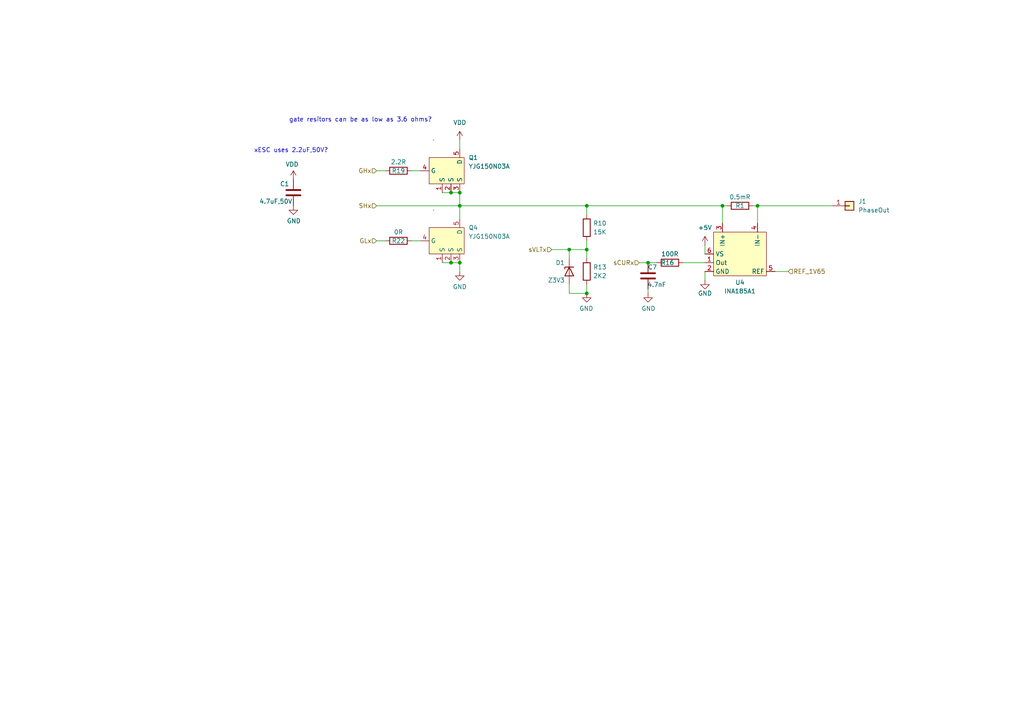
<source format=kicad_sch>
(kicad_sch (version 20211123) (generator eeschema)
  (paper "A4")
  (lib_symbols
    (symbol "AlfredoSymbols:INA185A"
      (property "Reference" "U" (at 8.89 3.81 0))
      (property "Value" "INA185A" (at 12.7 1.27 0))
      (symbol "INA185A_0_1"
        (rectangle (start -7.62 6.35) (end 7.62 -6.35) (fill (type background)))
      )
      (symbol "INA185A_1_1"
        (pin input line (at -10.16 -2.54 0) (length 2.54) (name "Out") (number "1"))
        (pin input line (at -10.16 -5.08 0) (length 2.54) (name "GND") (number "2"))
        (pin input line (at -5.08 8.89 270) (length 2.54) (name "IN+") (number "3"))
        (pin input line (at 5.08 8.89 270) (length 2.54) (name "IN-") (number "4"))
        (pin input line (at 10.16 -5.08 180) (length 2.54) (name "REF") (number "5"))
        (pin input line (at -10.16 0 0) (length 2.54) (name "VS") (number "6"))
      )
    )
    (symbol "AlfredoSymbols:YJG150N03A"
      (property "Reference" "U" (at -5.08 7.62 0))
      (property "Value" "YJG150N03A" (at -5.08 5.08 0))
      (symbol "YJG150N03A_0_1"
        (rectangle (start -5.08 3.81) (end 5.08 -3.81) (fill (type background)))
        (rectangle (start -3.81 8.89) (end -3.81 8.89))
        (rectangle (start -3.81 8.89) (end -3.81 8.89))
        (rectangle (start -3.81 8.89) (end -3.81 8.89))
        (rectangle (start -3.81 8.89) (end -3.81 8.89))
      )
      (symbol "YJG150N03A_1_1"
        (pin input line (at -1.27 -6.35 90) (length 2.54) (name "S") (number "1"))
        (pin input line (at 1.27 -6.35 90) (length 2.54) (name "S") (number "2"))
        (pin input line (at 3.81 -6.35 90) (length 2.54) (name "S") (number "3"))
        (pin input line (at -7.62 0 0) (length 2.54) (name "G") (number "4"))
        (pin input line (at 3.81 6.35 270) (length 2.54) (name "D") (number "5"))
      )
    )
    (symbol "Connector_Generic:Conn_01x01" (pin_names (offset 1.016) hide)
      (property "Reference" "J" (at 0 2.54 0))
      (property "Value" "Conn_01x01" (at 0 -2.54 0))
      (symbol "Conn_01x01_1_1"
        (rectangle (start -1.27 0.127) (end 0 -0.127) (stroke (width 0.1524)))
        (rectangle (start -1.27 1.27) (end 1.27 -1.27) (stroke (width 0.254)) (fill (type background)))
        (pin passive line (at -5.08 0 0) (length 3.81) (name "Pin_1") (number "1"))
      )
    )
    (symbol "Device:C" (pin_numbers hide) (pin_names (offset 0.254))
      (property "Reference" "C" (at 0.635 2.54 0))
      (property "Value" "C" (at 0.635 -2.54 0))
      (symbol "C_0_1"
        (polyline (pts (xy -2.032 -0.762) (xy 2.032 -0.762)) (stroke (width 0.508)))
        (polyline (pts (xy -2.032 0.762) (xy 2.032 0.762)) (stroke (width 0.508)))
      )
      (symbol "C_1_1"
        (pin passive line (at 0 3.81 270) (length 2.794) (name "~") (number "1"))
        (pin passive line (at 0 -3.81 90) (length 2.794) (name "~") (number "2"))
      )
    )
    (symbol "Device:D_Zener" (pin_numbers hide) (pin_names (offset 1.016) hide)
      (property "Reference" "D" (at 0 2.54 0))
      (property "Value" "D_Zener" (at 0 -2.54 0))
      (symbol "D_Zener_0_1"
        (polyline (pts (xy 1.27 0) (xy -1.27 0)))
        (polyline (pts (xy -1.27 -1.27) (xy -1.27 1.27) (xy -0.762 1.27)) (stroke (width 0.254)))
        (polyline (pts (xy 1.27 -1.27) (xy 1.27 1.27) (xy -1.27 0) (xy 1.27 -1.27)) (stroke (width 0.254)))
      )
      (symbol "D_Zener_1_1"
        (pin passive line (at -3.81 0 0) (length 2.54) (name "K") (number "1"))
        (pin passive line (at 3.81 0 180) (length 2.54) (name "A") (number "2"))
      )
    )
    (symbol "Device:R" (pin_numbers hide) (pin_names (offset 0))
      (property "Reference" "R" (at 2.032 0 90))
      (property "Value" "R" (at 0 0 90))
      (symbol "R_0_1"
        (rectangle (start -1.016 -2.54) (end 1.016 2.54) (stroke (width 0.254)))
      )
      (symbol "R_1_1"
        (pin passive line (at 0 3.81 270) (length 1.27) (name "~") (number "1"))
        (pin passive line (at 0 -3.81 90) (length 1.27) (name "~") (number "2"))
      )
    )
    (symbol "YJG150N03A_1"
      (property "Reference" "U" (at -5.08 7.62 0))
      (property "Value" "YJG150N03A_1" (at -5.08 5.08 0))
      (symbol "YJG150N03A_1_0_1"
        (rectangle (start -5.08 3.81) (end 5.08 -3.81) (fill (type background)))
        (rectangle (start -3.81 8.89) (end -3.81 8.89))
        (rectangle (start -3.81 8.89) (end -3.81 8.89))
        (rectangle (start -3.81 8.89) (end -3.81 8.89))
        (rectangle (start -3.81 8.89) (end -3.81 8.89))
      )
      (symbol "YJG150N03A_1_1_1"
        (pin input line (at -1.27 -6.35 90) (length 2.54) (name "S") (number "1"))
        (pin input line (at 1.27 -6.35 90) (length 2.54) (name "S") (number "2"))
        (pin input line (at 3.81 -6.35 90) (length 2.54) (name "S") (number "3"))
        (pin input line (at -7.62 0 0) (length 2.54) (name "G") (number "4"))
        (pin input line (at 3.81 6.35 270) (length 2.54) (name "D") (number "5"))
      )
    )
    (symbol "power:+5V" (power) (pin_names (offset 0))
      (property "Value" "+5V" (at 0 3.556 0))
      (symbol "+5V_0_1"
        (polyline (pts (xy -0.762 1.27) (xy 0 2.54)))
        (polyline (pts (xy 0 0) (xy 0 2.54)))
        (polyline (pts (xy 0 2.54) (xy 0.762 1.27)))
      )
      (symbol "+5V_1_1"
        (pin power_in line (at 0 0 90) (length 0) hide (name "+5V") (number "1"))
      )
    )
    (symbol "power:GND" (power) (pin_names (offset 0))
      (property "Value" "GND" (at 0 -3.81 0))
      (symbol "GND_0_1"
        (polyline (pts (xy 0 0) (xy 0 -1.27) (xy 1.27 -1.27) (xy 0 -2.54) (xy -1.27 -1.27) (xy 0 -1.27)))
      )
      (symbol "GND_1_1"
        (pin power_in line (at 0 0 270) (length 0) hide (name "GND") (number "1"))
      )
    )
    (symbol "power:VDD" (power) (pin_names (offset 0))
      (property "Value" "VDD" (at 0 3.81 0))
      (symbol "VDD_0_1"
        (polyline (pts (xy -0.762 1.27) (xy 0 2.54)))
        (polyline (pts (xy 0 0) (xy 0 2.54)))
        (polyline (pts (xy 0 2.54) (xy 0.762 1.27)))
      )
      (symbol "VDD_1_1"
        (pin power_in line (at 0 0 90) (length 0) hide (name "VDD") (number "1"))
      )
    )
  )
  (junction (at 130.81 55.88))
  (junction (at 219.71 59.69))
  (junction (at 209.55 59.69))
  (junction (at 133.35 76.2))
  (junction (at 130.81 76.2))
  (junction (at 133.35 55.88))
  (junction (at 170.18 59.69))
  (junction (at 165.1 72.39))
  (junction (at 133.35 59.69))
  (junction (at 170.18 85.09))
  (junction (at 187.96 76.2))
  (junction (at 170.18 72.39))
  (wire (pts (xy 165.1 72.39) (xy 170.18 72.39)))
  (wire (pts (xy 219.71 59.69) (xy 241.3 59.69)))
  (wire (pts (xy 170.18 59.69) (xy 209.55 59.69)))
  (wire (pts (xy 187.96 76.2) (xy 190.5 76.2)))
  (wire (pts (xy 165.1 82.55) (xy 165.1 85.09)))
  (wire (pts (xy 109.22 49.53) (xy 111.76 49.53)))
  (wire (pts (xy 219.71 59.69) (xy 219.71 64.77)))
  (wire (pts (xy 109.22 59.69) (xy 133.35 59.69)))
  (wire (pts (xy 185.42 76.2) (xy 187.96 76.2)))
  (wire (pts (xy 198.12 76.2) (xy 204.47 76.2)))
  (wire (pts (xy 218.44 59.69) (xy 219.71 59.69)))
  (wire (pts (xy 187.96 83.82) (xy 187.96 85.09)))
  (wire (pts (xy 204.47 71.12) (xy 204.47 73.66)))
  (wire (pts (xy 228.6 78.74) (xy 224.79 78.74)))
  (wire (pts (xy 209.55 59.69) (xy 210.82 59.69)))
  (wire (pts (xy 170.18 62.23) (xy 170.18 59.69)))
  (wire (pts (xy 204.47 78.74) (xy 204.47 81.28)))
  (wire (pts (xy 128.27 55.88) (xy 130.81 55.88)))
  (wire (pts (xy 133.35 55.88) (xy 133.35 59.69)))
  (wire (pts (xy 133.35 59.69) (xy 170.18 59.69)))
  (wire (pts (xy 133.35 40.64) (xy 133.35 43.18)))
  (wire (pts (xy 119.38 69.85) (xy 121.92 69.85)))
  (wire (pts (xy 209.55 59.69) (xy 209.55 64.77)))
  (wire (pts (xy 133.35 76.2) (xy 133.35 78.74)))
  (wire (pts (xy 170.18 69.85) (xy 170.18 72.39)))
  (wire (pts (xy 133.35 59.69) (xy 133.35 63.5)))
  (wire (pts (xy 109.22 69.85) (xy 111.76 69.85)))
  (wire (pts (xy 165.1 85.09) (xy 170.18 85.09)))
  (wire (pts (xy 119.38 49.53) (xy 121.92 49.53)))
  (wire (pts (xy 170.18 82.55) (xy 170.18 85.09)))
  (wire (pts (xy 160.02 72.39) (xy 165.1 72.39)))
  (wire (pts (xy 165.1 74.93) (xy 165.1 72.39)))
  (wire (pts (xy 170.18 72.39) (xy 170.18 74.93)))
  (wire (pts (xy 128.27 76.2) (xy 130.81 76.2)))
  (wire (pts (xy 130.81 55.88) (xy 133.35 55.88)))
  (wire (pts (xy 130.81 76.2) (xy 133.35 76.2)))
  (text "gate resitors can be as low as 3.6 ohms?" (at 83.82 35.56 0) (effects (font (size 1.27 1.27)) (justify left bottom)))
  (text "xESC uses 2.2uF,50V?" (at 73.66 44.45 0) (effects (font (size 1.27 1.27)) (justify left bottom)))
  (hierarchical_label "sCURx" (shape input) (at 185.42 76.2 180))
  (hierarchical_label "sVLTx" (shape input) (at 160.02 72.39 180))
  (hierarchical_label "GLx" (shape input) (at 109.22 69.85 180))
  (hierarchical_label "REF_1V65" (shape input) (at 228.6 78.74 0))
  (hierarchical_label "SHx" (shape input) (at 109.22 59.69 180))
  (hierarchical_label "GHx" (shape input) (at 109.22 49.53 180))
  (symbol (lib_id "Device:R") (at 115.57 49.53 270) (unit 1)
    (property "Reference" "R19" (at 115.57 49.53 90))
    (property "Value" "2.2R" (at 115.57 46.99 90))
    (property "Footprint" "Resistor_SMD:R_0402_1005Metric" (effects hide))
  )
  (symbol (lib_id "Device:R") (at 194.31 76.2 90) (mirror x) (unit 1)
    (property "Reference" "R16" (at 195.58 76.2 90) (effects (justify left)))
    (property "Value" "100R" (at 196.85 73.66 90) (effects (justify left)))
    (property "Footprint" "Resistor_SMD:R_0402_1005Metric" (effects hide))
  )
  (symbol (lib_id "power:GND") (at 187.96 85.09 0) (unit 1)
    (property "Reference" "#PWR0163" (effects hide))
    (property "Value" "GND" (at 188.087 89.4842 0))
  )
  (symbol (lib_id "power:GND") (at 85.09 59.69 0) (unit 1)
    (property "Reference" "#PWR0165" (effects hide))
    (property "Value" "GND" (at 85.217 64.0842 0))
  )
  (symbol (lib_id "power:GND") (at 204.47 81.28 0) (unit 1)
    (property "Reference" "#PWR0102" (effects hide))
    (property "Value" "GND" (at 204.47 85.09 0))
  )
  (symbol (lib_id "power:VDD") (at 133.35 40.64 0) (unit 1)
    (property "Reference" "#PWR0101" (effects hide))
    (property "Value" "VDD" (at 133.35 35.56 0))
  )
  (symbol (lib_id "Device:D_Zener") (at 165.1 78.74 90) (mirror x) (unit 1)
    (property "Reference" "D1" (at 163.83 76.2 90) (effects (justify left)))
    (property "Value" "Z3V3" (at 163.83 81.28 90) (effects (justify left)))
    (property "Footprint" "Diode_SMD:D_SOD-323_HandSoldering" (effects hide))
    (property "Datasheet" "https://lcsc.com/product-detail/Zener-Diodes_onsemi-onsemi-MM3Z3V3T1G_C75073.html" (effects hide))
    (property "LCSC" "C75073" (effects hide))
  )
  (symbol (lib_id "Device:C") (at 187.96 80.01 180) (unit 1)
    (property "Reference" "C7" (at 189.23 77.47 0))
    (property "Value" "4.7nF" (at 190.5 82.55 0))
    (property "Footprint" "Capacitor_SMD:C_0402_1005Metric" (effects hide))
    (property "Datasheet" "https://lcsc.com/product-detail/Multilayer-Ceramic-Capacitors-MLCC---SMD-SMT_FHGuangdong-Fenghua-Advanced-Tech-FHGuangdong-Fenghua-Advanced-Tech-0402B472K500NT_C1538.html" (effects hide))
    (property "LCSC" "C1538" (effects hide))
  )
  (symbol (lib_id "power:+5V") (at 204.47 71.12 0) (unit 1)
    (property "Reference" "#PWR0112" (effects hide))
    (property "Value" "+5V" (at 204.47 66.04 0))
  )
  (symbol (lib_id "Device:R") (at 170.18 66.04 180) (unit 1)
    (property "Reference" "R10" (at 173.99 64.77 0))
    (property "Value" "15K" (at 173.99 67.31 0))
    (property "Footprint" "Resistor_SMD:R_0402_1005Metric" (effects hide))
  )
  (symbol (lib_id "Connector_Generic:Conn_01x01") (at 246.38 59.69 0) (unit 1)
    (property "Reference" "J1" (at 248.92 58.4199 0) (effects (justify left)))
    (property "Value" "PhaseOut" (at 248.92 60.9599 0) (effects (justify left)))
    (property "Footprint" "AlfredoFootprints:GE_PwrPad1" (effects hide))
  )
  (symbol (lib_id "Device:R") (at 115.57 69.85 270) (unit 1)
    (property "Reference" "R22" (at 115.57 69.85 90))
    (property "Value" "0R" (at 115.57 67.31 90))
    (property "Footprint" "Resistor_SMD:R_0402_1005Metric" (effects hide))
  )
  (symbol (lib_id "Device:R") (at 214.63 59.69 270) (unit 1)
    (property "Reference" "R1" (at 214.63 59.69 90))
    (property "Value" "0.5mR" (at 214.63 57.15 90))
    (property "Footprint" "Resistor_SMD:R_2512_6332Metric" (effects hide))
    (property "Datasheet" "https://lcsc.com/product-detail/Current-Sense-Resistors-Shunt-Resistors_TA-I-Tech-RLM25FEEMR50M_C710261.html" (effects hide))
    (property "LCSC" "C710261" (effects hide))
  )
  (symbol (lib_id "Device:C") (at 85.09 55.88 0) (unit 1)
    (property "Reference" "C1" (at 82.55 53.34 0))
    (property "Value" "4.7uF,50V" (at 80.01 58.42 0))
    (property "Footprint" "Capacitor_SMD:C_1206_3216Metric" (effects hide))
  )
  (symbol (lib_id "Device:R") (at 170.18 78.74 180) (unit 1)
    (property "Reference" "R13" (at 173.99 77.47 0))
    (property "Value" "2K2" (at 173.99 80.01 0))
    (property "Footprint" "Resistor_SMD:R_0402_1005Metric" (effects hide))
  )
  (symbol (lib_id "AlfredoSymbols:INA185A") (at 214.63 73.66 0) (unit 1)
    (property "Reference" "U4" (at 214.63 81.915 0))
    (property "Value" "INA185A1" (at 214.63 84.455 0))
    (property "Footprint" "Package_TO_SOT_SMD:SOT-563" (effects hide))
    (property "Datasheet" "https://www.digikey.com/en/products/detail/texas-instruments/INA185A1IDRLR/10448282" (effects hide))
  )
  (symbol (lib_id "power:GND") (at 170.18 85.09 0) (mirror y) (unit 1)
    (property "Reference" "#PWR0164" (effects hide))
    (property "Value" "GND" (at 170.053 89.4842 0))
  )
  (symbol (lib_name "YJG150N03A_1") (lib_id "AlfredoSymbols:YJG150N03A") (at 129.54 49.53 0) (unit 1)
    (property "Reference" "Q1" (at 135.89 45.7199 0) (effects (justify left)))
    (property "Value" "YJG150N03A" (at 135.89 48.2599 0) (effects (justify left)))
    (property "Footprint" "Package_TO_SOT_SMD:LFPAK56" (effects hide))
    (property "Datasheet" "https://lcsc.com/product-detail/MOSFETs_Yangzhou-Yangjie-Elec-Tech-YJG150N03A_C919573.html" (effects hide))
    (property "LCSC" "C919573" (effects hide))
  )
  (symbol (lib_id "AlfredoSymbols:YJG150N03A") (at 129.54 69.85 0) (unit 1)
    (property "Reference" "Q4" (at 135.89 66.0399 0) (effects (justify left)))
    (property "Value" "YJG150N03A" (at 135.89 68.5799 0) (effects (justify left)))
    (property "Footprint" "Package_TO_SOT_SMD:LFPAK56" (effects hide))
    (property "Datasheet" "https://lcsc.com/product-detail/MOSFETs_Yangzhou-Yangjie-Elec-Tech-YJG150N03A_C919573.html" (effects hide))
    (property "LCSC" "C919573" (effects hide))
  )
  (symbol (lib_id "power:VDD") (at 85.09 52.07 0) (mirror y) (unit 1)
    (property "Reference" "#PWR0166" (effects hide))
    (property "Value" "VDD" (at 84.709 47.6758 0))
  )
  (symbol (lib_id "power:GND") (at 133.35 78.74 0) (unit 1)
    (property "Reference" "#PWR0103" (effects hide))
    (property "Value" "GND" (at 133.35 83.185 0))
  )
)
</source>
